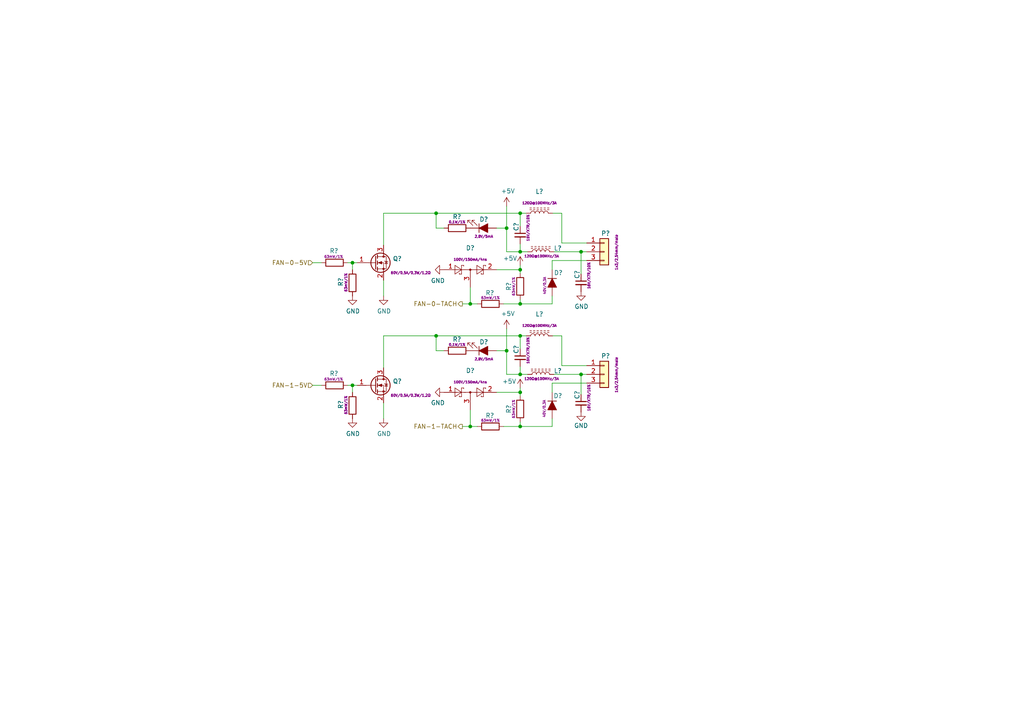
<source format=kicad_sch>
(kicad_sch (version 20211123) (generator eeschema)
  (paper "A4")
  (title_block (title "Buddy") (date "2019-10-24") (rev "v1.0.0") (company "PRUSA Research s.r.o.") (comment 1 "http://creativecommons.org/licenses/by-sa/4.0/") (comment 2 "Licensed under the Attribution-ShareAlike 4.0 International (CC BY-SA 4.0)"))
  (lib_symbols
    (symbol "BUDDY_v1.0.0-rescue:D_ALT-Device" (pin_numbers hide) (pin_names (offset 1.016) hide)
      (property "Reference" "D" (at 0 2.54 0))
      (property "Value" "D_ALT-Device" (at 0 -2.54 0))
      (symbol "D_ALT-Device_0_1"
        (polyline (pts (xy -1.27 1.27) (xy -1.27 -1.27)) (stroke (width 0.2032)))
        (polyline (pts (xy 1.27 0) (xy -1.27 0)))
        (polyline (pts (xy 1.27 1.27) (xy 1.27 -1.27) (xy -1.27 0) (xy 1.27 1.27)) (stroke (width 0.2032)) (fill (type outline)))
      )
      (symbol "D_ALT-Device_1_1"
        (pin passive line (at -3.81 0 0) (length 2.54) (name "K") (number "1"))
        (pin passive line (at 3.81 0 180) (length 2.54) (name "A") (number "2"))
      )
    )
    (symbol "BUDDY_v1.0.0-rescue:LED_ALT-Device" (pin_numbers hide) (pin_names (offset 1.016) hide)
      (property "Reference" "D" (at 0 2.54 0))
      (property "Value" "LED_ALT-Device" (at 0 -2.54 0))
      (symbol "LED_ALT-Device_0_1"
        (polyline (pts (xy -1.27 -1.27) (xy -1.27 1.27)) (stroke (width 0.2032)))
        (polyline (pts (xy -1.27 0) (xy 1.27 0)))
        (polyline (pts (xy 1.27 -1.27) (xy 1.27 1.27) (xy -1.27 0) (xy 1.27 -1.27)) (stroke (width 0.2032)) (fill (type outline)))
        (polyline (pts (xy -3.048 -0.762) (xy -4.572 -2.286) (xy -3.81 -2.286) (xy -4.572 -2.286) (xy -4.572 -1.524)))
        (polyline (pts (xy -1.778 -0.762) (xy -3.302 -2.286) (xy -2.54 -2.286) (xy -3.302 -2.286) (xy -3.302 -1.524)))
      )
      (symbol "LED_ALT-Device_1_1"
        (pin passive line (at -3.81 0 0) (length 2.54) (name "K") (number "1"))
        (pin passive line (at 3.81 0 180) (length 2.54) (name "A") (number "2"))
      )
    )
    (symbol "BUDDY_v1.0.0-rescue:L_Core_Ferrite-Device" (pin_numbers hide) (pin_names (offset 1.016) hide)
      (property "Reference" "L" (at -1.27 0 90))
      (property "Value" "L_Core_Ferrite-Device" (at 2.794 0 90))
      (symbol "L_Core_Ferrite-Device_0_1"
        (arc (start 0 -2.54) (mid 0.635 -1.905) (end 0 -1.27))
        (arc (start 0 -1.27) (mid 0.635 -0.635) (end 0 0))
        (polyline (pts (xy 1.016 -2.794) (xy 1.016 -2.286)))
        (polyline (pts (xy 1.016 -1.778) (xy 1.016 -1.27)))
        (polyline (pts (xy 1.016 -0.762) (xy 1.016 -0.254)))
        (polyline (pts (xy 1.016 0.254) (xy 1.016 0.762)))
        (polyline (pts (xy 1.016 1.27) (xy 1.016 1.778)))
        (polyline (pts (xy 1.016 2.286) (xy 1.016 2.794)))
        (polyline (pts (xy 1.524 -2.286) (xy 1.524 -2.794)))
        (polyline (pts (xy 1.524 -1.27) (xy 1.524 -1.778)))
        (polyline (pts (xy 1.524 -0.254) (xy 1.524 -0.762)))
        (polyline (pts (xy 1.524 0.762) (xy 1.524 0.254)))
        (polyline (pts (xy 1.524 1.778) (xy 1.524 1.27)))
        (polyline (pts (xy 1.524 2.794) (xy 1.524 2.286)))
        (arc (start 0 0) (mid 0.635 0.635) (end 0 1.27))
        (arc (start 0 1.27) (mid 0.635 1.905) (end 0 2.54))
      )
      (symbol "L_Core_Ferrite-Device_1_1"
        (pin passive line (at 0 3.81 270) (length 1.27) (name "1") (number "1"))
        (pin passive line (at 0 -3.81 90) (length 1.27) (name "2") (number "2"))
      )
    )
    (symbol "Connector_Generic:Conn_01x03" (pin_names (offset 1.016) hide)
      (property "Reference" "J" (at 0 5.08 0))
      (property "Value" "Conn_01x03" (at 0 -5.08 0))
      (symbol "Conn_01x03_1_1"
        (rectangle (start -1.27 -2.413) (end 0 -2.667) (stroke (width 0.1524)))
        (rectangle (start -1.27 0.127) (end 0 -0.127) (stroke (width 0.1524)))
        (rectangle (start -1.27 2.667) (end 0 2.413) (stroke (width 0.1524)))
        (rectangle (start -1.27 3.81) (end 1.27 -3.81) (stroke (width 0.254)) (fill (type background)))
        (pin passive line (at -5.08 2.54 0) (length 3.81) (name "Pin_1") (number "1"))
        (pin passive line (at -5.08 0 0) (length 3.81) (name "Pin_2") (number "2"))
        (pin passive line (at -5.08 -2.54 0) (length 3.81) (name "Pin_3") (number "3"))
      )
    )
    (symbol "Device:C_Small" (pin_numbers hide) (pin_names (offset 0.254) hide)
      (property "Reference" "C" (at 0.254 1.778 0))
      (property "Value" "C_Small" (at 0.254 -2.032 0))
      (symbol "C_Small_0_1"
        (polyline (pts (xy -1.524 -0.508) (xy 1.524 -0.508)) (stroke (width 0.3302)))
        (polyline (pts (xy -1.524 0.508) (xy 1.524 0.508)) (stroke (width 0.3048)))
      )
      (symbol "C_Small_1_1"
        (pin passive line (at 0 2.54 270) (length 2.032) (name "~") (number "1"))
        (pin passive line (at 0 -2.54 90) (length 2.032) (name "~") (number "2"))
      )
    )
    (symbol "Device:R" (pin_numbers hide) (pin_names (offset 0))
      (property "Reference" "R" (at 2.032 0 90))
      (property "Value" "R" (at 0 0 90))
      (symbol "R_0_1"
        (rectangle (start -1.016 -2.54) (end 1.016 2.54) (stroke (width 0.254)))
      )
      (symbol "R_1_1"
        (pin passive line (at 0 3.81 270) (length 1.27) (name "~") (number "1"))
        (pin passive line (at 0 -3.81 90) (length 1.27) (name "~") (number "2"))
      )
    )
    (symbol "Diode:BAS40-04" (pin_names (offset 1.016))
      (property "Reference" "D" (at 0.635 -1.27 0))
      (property "Value" "BAS40-04" (at -6.35 5.715 0))
      (symbol "BAS40-04_0_1"
        (polyline (pts (xy -3.81 2.54) (xy -1.27 2.54)))
        (polyline (pts (xy -3.175 1.27) (xy -3.175 1.524)))
        (polyline (pts (xy -2.54 1.27) (xy -3.175 1.27)))
        (polyline (pts (xy -2.54 1.27) (xy -2.54 3.81)))
        (polyline (pts (xy -2.54 3.81) (xy -1.905 3.81)))
        (polyline (pts (xy -1.905 2.54) (xy 1.905 2.54)))
        (polyline (pts (xy -1.905 3.81) (xy -1.905 3.556)))
        (polyline (pts (xy 1.27 2.54) (xy 3.81 2.54)))
        (polyline (pts (xy 3.175 1.27) (xy 3.175 1.524)))
        (polyline (pts (xy 3.81 1.27) (xy 3.175 1.27)))
        (polyline (pts (xy 3.81 1.27) (xy 3.81 3.81)))
        (polyline (pts (xy 3.81 3.81) (xy 4.445 3.81)))
        (polyline (pts (xy 4.445 3.81) (xy 4.445 3.556)))
        (polyline (pts (xy -4.445 3.81) (xy -4.445 1.27) (xy -2.54 2.54) (xy -4.445 3.81)))
        (polyline (pts (xy 1.905 3.81) (xy 1.905 1.27) (xy 3.81 2.54) (xy 1.905 3.81)))
        (circle (center 0 2.54) (radius 0.254) (fill (type outline)))
      )
      (symbol "BAS40-04_1_1"
        (pin passive line (at -7.62 2.54 0) (length 3.81) (name "~") (number "1"))
        (pin passive line (at 7.62 2.54 180) (length 3.81) (name "~") (number "2"))
        (pin passive line (at 0 -2.54 90) (length 5.08) (name "~") (number "3"))
      )
    )
    (symbol "Transistor_FET:MMBF170" (pin_names hide)
      (property "Reference" "Q" (at 5.08 1.905 0))
      (property "Value" "MMBF170" (at 5.08 0 0))
      (symbol "MMBF170_0_1"
        (polyline (pts (xy 0.254 0) (xy -2.54 0)))
        (polyline (pts (xy 0.254 1.905) (xy 0.254 -1.905)) (stroke (width 0.254)))
        (polyline (pts (xy 0.762 -1.27) (xy 0.762 -2.286)) (stroke (width 0.254)))
        (polyline (pts (xy 0.762 0.508) (xy 0.762 -0.508)) (stroke (width 0.254)))
        (polyline (pts (xy 0.762 2.286) (xy 0.762 1.27)) (stroke (width 0.254)))
        (polyline (pts (xy 2.54 2.54) (xy 2.54 1.778)))
        (polyline (pts (xy 2.54 -2.54) (xy 2.54 0) (xy 0.762 0)))
        (polyline (pts (xy 0.762 -1.778) (xy 3.302 -1.778) (xy 3.302 1.778) (xy 0.762 1.778)))
        (polyline (pts (xy 1.016 0) (xy 2.032 0.381) (xy 2.032 -0.381) (xy 1.016 0)) (fill (type outline)))
        (polyline (pts (xy 2.794 0.508) (xy 2.921 0.381) (xy 3.683 0.381) (xy 3.81 0.254)))
        (polyline (pts (xy 3.302 0.381) (xy 2.921 -0.254) (xy 3.683 -0.254) (xy 3.302 0.381)))
        (circle (center 1.651 0) (radius 2.794) (stroke (width 0.254)))
        (circle (center 2.54 -1.778) (radius 0.254) (fill (type outline)))
        (circle (center 2.54 1.778) (radius 0.254) (fill (type outline)))
      )
      (symbol "MMBF170_1_1"
        (pin input line (at -5.08 0 0) (length 2.54) (name "G") (number "1"))
        (pin passive line (at 2.54 -5.08 90) (length 2.54) (name "S") (number "2"))
        (pin passive line (at 2.54 5.08 270) (length 2.54) (name "D") (number "3"))
      )
    )
    (symbol "power:+5V" (power) (pin_names (offset 0))
      (property "Value" "+5V" (at 0 3.556 0))
      (symbol "+5V_0_1"
        (polyline (pts (xy -0.762 1.27) (xy 0 2.54)))
        (polyline (pts (xy 0 0) (xy 0 2.54)))
        (polyline (pts (xy 0 2.54) (xy 0.762 1.27)))
      )
      (symbol "+5V_1_1"
        (pin power_in line (at 0 0 90) (length 0) hide (name "+5V") (number "1"))
      )
    )
    (symbol "power:GND" (power) (pin_names (offset 0))
      (property "Value" "GND" (at 0 -3.81 0))
      (symbol "GND_0_1"
        (polyline (pts (xy 0 0) (xy 0 -1.27) (xy 1.27 -1.27) (xy 0 -2.54) (xy -1.27 -1.27) (xy 0 -1.27)))
      )
      (symbol "GND_1_1"
        (pin power_in line (at 0 0 270) (length 0) hide (name "GND") (number "1"))
      )
    )
  )
  (junction (at 136.398 123.698))
  (junction (at 102.235 111.76))
  (junction (at 146.939 66.167))
  (junction (at 150.876 97.409))
  (junction (at 150.876 113.792))
  (junction (at 150.876 88.138))
  (junction (at 150.876 123.698))
  (junction (at 102.235 76.2))
  (junction (at 136.398 88.138))
  (junction (at 150.876 108.585))
  (junction (at 126.492 61.849))
  (junction (at 150.876 61.849))
  (junction (at 150.876 78.232))
  (junction (at 150.876 73.025))
  (junction (at 168.529 73.025))
  (junction (at 168.529 108.585))
  (junction (at 146.939 101.727))
  (junction (at 126.492 97.409))
  (wire (pts (xy 126.492 61.849) (xy 111.252 61.849)))
  (wire (pts (xy 162.941 70.485) (xy 170.18 70.485)))
  (wire (pts (xy 146.939 108.585) (xy 146.939 101.727)))
  (wire (pts (xy 150.876 73.025) (xy 146.939 73.025)))
  (wire (pts (xy 111.252 61.849) (xy 111.252 71.12)))
  (wire (pts (xy 93.218 111.76) (xy 90.678 111.76)))
  (wire (pts (xy 160.147 111.125) (xy 160.147 113.792)))
  (wire (pts (xy 160.147 75.565) (xy 160.147 78.232)))
  (wire (pts (xy 150.876 122.428) (xy 150.876 123.698)))
  (wire (pts (xy 136.398 123.698) (xy 134.112 123.698)))
  (wire (pts (xy 93.218 76.2) (xy 90.678 76.2)))
  (wire (pts (xy 150.876 61.849) (xy 126.492 61.849)))
  (wire (pts (xy 160.274 61.849) (xy 162.941 61.849)))
  (wire (pts (xy 138.43 123.698) (xy 136.398 123.698)))
  (wire (pts (xy 150.876 79.248) (xy 150.876 78.232)))
  (wire (pts (xy 126.492 97.409) (xy 111.252 97.409)))
  (wire (pts (xy 150.876 61.849) (xy 152.654 61.849)))
  (wire (pts (xy 160.147 111.125) (xy 170.18 111.125)))
  (wire (pts (xy 146.939 95.377) (xy 146.939 101.727)))
  (wire (pts (xy 150.876 114.808) (xy 150.876 113.792)))
  (wire (pts (xy 160.655 73.025) (xy 168.529 73.025)))
  (wire (pts (xy 150.876 97.409) (xy 152.654 97.409)))
  (wire (pts (xy 168.529 79.502) (xy 168.529 73.025)))
  (wire (pts (xy 146.05 88.138) (xy 150.876 88.138)))
  (wire (pts (xy 168.529 108.585) (xy 170.18 108.585)))
  (wire (pts (xy 111.252 85.852) (xy 111.252 81.28)))
  (wire (pts (xy 150.876 106.299) (xy 150.876 108.585)))
  (wire (pts (xy 160.655 108.585) (xy 168.529 108.585)))
  (wire (pts (xy 153.035 73.025) (xy 150.876 73.025)))
  (wire (pts (xy 160.147 123.698) (xy 150.876 123.698)))
  (wire (pts (xy 136.398 123.698) (xy 136.398 118.872)))
  (wire (pts (xy 146.05 123.698) (xy 150.876 123.698)))
  (wire (pts (xy 102.235 111.76) (xy 103.632 111.76)))
  (wire (pts (xy 168.529 114.427) (xy 168.529 108.585)))
  (wire (pts (xy 144.018 66.167) (xy 146.939 66.167)))
  (wire (pts (xy 162.941 97.409) (xy 162.941 106.045)))
  (wire (pts (xy 126.492 61.849) (xy 126.492 66.167)))
  (wire (pts (xy 126.492 66.167) (xy 128.778 66.167)))
  (wire (pts (xy 136.398 88.138) (xy 134.112 88.138)))
  (wire (pts (xy 100.838 111.76) (xy 102.235 111.76)))
  (wire (pts (xy 160.147 75.565) (xy 170.18 75.565)))
  (wire (pts (xy 102.235 78.232) (xy 102.235 76.2)))
  (wire (pts (xy 102.235 76.2) (xy 103.632 76.2)))
  (wire (pts (xy 162.941 61.849) (xy 162.941 70.485)))
  (wire (pts (xy 146.939 59.817) (xy 146.939 66.167)))
  (wire (pts (xy 150.876 108.585) (xy 146.939 108.585)))
  (wire (pts (xy 144.018 101.727) (xy 146.939 101.727)))
  (wire (pts (xy 160.147 88.138) (xy 150.876 88.138)))
  (wire (pts (xy 162.941 106.045) (xy 170.18 106.045)))
  (wire (pts (xy 160.147 85.852) (xy 160.147 88.138)))
  (wire (pts (xy 150.876 78.232) (xy 144.018 78.232)))
  (wire (pts (xy 153.035 108.585) (xy 150.876 108.585)))
  (wire (pts (xy 126.492 101.727) (xy 128.778 101.727)))
  (wire (pts (xy 146.939 73.025) (xy 146.939 66.167)))
  (wire (pts (xy 150.876 97.409) (xy 150.876 101.219)))
  (wire (pts (xy 150.876 78.232) (xy 150.876 76.962)))
  (wire (pts (xy 138.43 88.138) (xy 136.398 88.138)))
  (wire (pts (xy 111.252 97.409) (xy 111.252 106.68)))
  (wire (pts (xy 102.235 113.792) (xy 102.235 111.76)))
  (wire (pts (xy 100.838 76.2) (xy 102.235 76.2)))
  (wire (pts (xy 150.876 97.409) (xy 126.492 97.409)))
  (wire (pts (xy 168.529 73.025) (xy 170.18 73.025)))
  (wire (pts (xy 111.252 121.412) (xy 111.252 116.84)))
  (wire (pts (xy 150.876 70.739) (xy 150.876 73.025)))
  (wire (pts (xy 150.876 113.792) (xy 150.876 112.522)))
  (wire (pts (xy 150.876 113.792) (xy 144.018 113.792)))
  (wire (pts (xy 160.147 121.412) (xy 160.147 123.698)))
  (wire (pts (xy 160.274 97.409) (xy 162.941 97.409)))
  (wire (pts (xy 136.398 88.138) (xy 136.398 83.312)))
  (wire (pts (xy 150.876 61.849) (xy 150.876 65.659)))
  (wire (pts (xy 126.492 97.409) (xy 126.492 101.727)))
  (wire (pts (xy 150.876 86.868) (xy 150.876 88.138)))
  (hierarchical_label "FAN-0-5V" (shape input) (at 90.678 76.2 180))
  (hierarchical_label "FAN-1-TACH" (shape output) (at 134.112 123.698 180))
  (hierarchical_label "FAN-1-5V" (shape input) (at 90.678 111.76 180))
  (hierarchical_label "FAN-0-TACH" (shape output) (at 134.112 88.138 180))
  (symbol (lib_id "Connector_Generic:Conn_01x03") (at 175.26 73.025 0) (unit 1)
    (property "Reference" "P?" (at 174.371 67.691 0) (effects (justify left)))
    (property "req" "1x3/2,54mm/male" (at 178.816 78.359 90) (effects (font (size 0.7112 0.7112)) (justify left)))
  )
  (symbol (lib_id "BUDDY_v1.0.0-rescue:L_Core_Ferrite-Device") (at 156.464 61.849 90) (unit 1)
    (property "Reference" "L?" (at 156.464 55.5498 90))
    (property "req" "120Ω@100MHz/3A" (at 156.464 58.8772 90) (effects (font (size 0.7112 0.7112))))
  )
  (symbol (lib_id "BUDDY_v1.0.0-rescue:L_Core_Ferrite-Device") (at 156.845 73.025 90) (unit 1)
    (property "Reference" "L?" (at 161.798 72.009 90))
    (property "req" "120Ω@100MHz/3A" (at 157.099 74.295 90) (effects (font (size 0.7112 0.7112))))
  )
  (symbol (lib_id "BUDDY_v1.0.0-rescue:D_ALT-Device") (at 160.147 82.042 270) (unit 1)
    (property "Reference" "D?" (at 160.655 79.121 90) (effects (justify left)))
    (property "req" "40V/0,3A" (at 157.988 80.264 0) (effects (font (size 0.7112 0.7112)) (justify left)))
  )
  (symbol (lib_id "Device:R") (at 150.876 83.058 180) (unit 1)
    (property "Reference" "R?" (at 147.574 81.788 90) (effects (justify left)))
    (property "req" "63mW/1%" (at 148.971 83.058 90) (effects (font (size 0.7112 0.7112))))
  )
  (symbol (lib_id "Device:R") (at 142.24 88.138 90) (unit 1)
    (property "Reference" "R?" (at 143.383 84.963 90) (effects (justify left)))
    (property "req" "63mW/1%" (at 142.24 86.36 90) (effects (font (size 0.7112 0.7112))))
  )
  (symbol (lib_id "Diode:BAS40-04") (at 136.398 80.772 0) (unit 1)
    (property "Reference" "D?" (at 136.398 71.9328 0))
    (property "req" "100V/150mA/4ns" (at 136.398 75.2602 0) (effects (font (size 0.7112 0.7112))))
  )
  (symbol (lib_id "power:GND") (at 128.778 78.232 270) (unit 1)
    (property "Reference" "#PWR?" (effects hide))
  )
  (symbol (lib_id "Device:R") (at 132.588 66.167 90) (unit 1)
    (property "Reference" "R?" (at 133.858 62.865 90) (effects (justify left)))
    (property "req" "0,1W/1%" (at 132.588 64.389 90) (effects (font (size 0.7112 0.7112))))
  )
  (symbol (lib_id "BUDDY_v1.0.0-rescue:LED_ALT-Device") (at 140.208 66.167 0) (mirror x) (unit 1)
    (property "Reference" "D?" (at 140.335 63.627 0))
    (property "req" "2,8V/5mA" (at 140.335 68.58 0) (effects (font (size 0.7112 0.7112))))
  )
  (symbol (lib_id "power:GND") (at 111.252 85.852 0) (unit 1)
    (property "Reference" "#PWR?" (effects hide))
  )
  (symbol (lib_id "Device:R") (at 97.028 76.2 90) (unit 1)
    (property "Reference" "R?" (at 98.171 72.771 90) (effects (justify left)))
    (property "req" "63mW/1%" (at 96.774 74.422 90) (effects (font (size 0.7112 0.7112))))
  )
  (symbol (lib_id "Device:R") (at 102.235 82.042 0) (unit 1)
    (property "Reference" "R?" (at 98.806 83.058 90) (effects (justify left)))
    (property "req" "63mW/1%" (at 100.33 81.915 90) (effects (font (size 0.7112 0.7112))))
  )
  (symbol (lib_id "power:GND") (at 102.235 85.852 0) (unit 1)
    (property "Reference" "#PWR?" (effects hide))
  )
  (symbol (lib_id "Connector_Generic:Conn_01x03") (at 175.26 108.585 0) (unit 1)
    (property "Reference" "P?" (at 174.371 103.251 0) (effects (justify left)))
    (property "req" "1x3/2,54mm/male" (at 178.816 113.919 90) (effects (font (size 0.7112 0.7112)) (justify left)))
  )
  (symbol (lib_id "BUDDY_v1.0.0-rescue:L_Core_Ferrite-Device") (at 156.464 97.409 90) (unit 1)
    (property "Reference" "L?" (at 156.464 91.1098 90))
    (property "req" "120Ω@100MHz/3A" (at 156.464 94.4372 90) (effects (font (size 0.7112 0.7112))))
  )
  (symbol (lib_id "BUDDY_v1.0.0-rescue:L_Core_Ferrite-Device") (at 156.845 108.585 90) (unit 1)
    (property "Reference" "L?" (at 161.798 107.569 90))
    (property "req" "120Ω@100MHz/3A" (at 157.099 109.855 90) (effects (font (size 0.7112 0.7112))))
  )
  (symbol (lib_id "BUDDY_v1.0.0-rescue:D_ALT-Device") (at 160.147 117.602 270) (unit 1)
    (property "Reference" "D?" (at 160.528 114.808 90) (effects (justify left)))
    (property "req" "40V/0,3A" (at 157.861 115.951 0) (effects (font (size 0.7112 0.7112)) (justify left)))
  )
  (symbol (lib_id "Device:R") (at 150.876 118.618 180) (unit 1)
    (property "Reference" "R?" (at 147.574 117.348 90) (effects (justify left)))
    (property "req" "63mW/1%" (at 148.971 118.618 90) (effects (font (size 0.7112 0.7112))))
  )
  (symbol (lib_id "Device:R") (at 142.24 123.698 90) (unit 1)
    (property "Reference" "R?" (at 143.383 120.523 90) (effects (justify left)))
    (property "req" "63mW/1%" (at 142.24 121.92 90) (effects (font (size 0.7112 0.7112))))
  )
  (symbol (lib_id "Diode:BAS40-04") (at 136.398 116.332 0) (unit 1)
    (property "Reference" "D?" (at 136.398 107.4928 0))
    (property "req" "100V/150mA/4ns" (at 136.398 110.8202 0) (effects (font (size 0.7112 0.7112))))
  )
  (symbol (lib_id "power:GND") (at 128.778 113.792 270) (unit 1)
    (property "Reference" "#PWR?" (effects hide))
  )
  (symbol (lib_id "Device:R") (at 132.588 101.727 90) (unit 1)
    (property "Reference" "R?" (at 133.858 98.425 90) (effects (justify left)))
    (property "req" "0,1W/1%" (at 132.588 99.949 90) (effects (font (size 0.7112 0.7112))))
  )
  (symbol (lib_id "BUDDY_v1.0.0-rescue:LED_ALT-Device") (at 140.208 101.727 0) (mirror x) (unit 1)
    (property "Reference" "D?" (at 140.335 99.187 0))
    (property "req" "2,8V/5mA" (at 140.335 104.14 0) (effects (font (size 0.7112 0.7112))))
  )
  (symbol (lib_id "power:GND") (at 111.252 121.412 0) (unit 1)
    (property "Reference" "#PWR?" (effects hide))
  )
  (symbol (lib_id "Device:R") (at 97.028 111.76 90) (unit 1)
    (property "Reference" "R?" (at 98.171 108.331 90) (effects (justify left)))
    (property "req" "63mW/1%" (at 96.774 109.982 90) (effects (font (size 0.7112 0.7112))))
  )
  (symbol (lib_id "Device:R") (at 102.235 117.602 0) (unit 1)
    (property "Reference" "R?" (at 98.806 118.618 90) (effects (justify left)))
    (property "req" "63mW/1%" (at 100.33 117.475 90) (effects (font (size 0.7112 0.7112))))
  )
  (symbol (lib_id "power:GND") (at 102.235 121.412 0) (unit 1)
    (property "Reference" "#PWR?" (effects hide))
  )
  (symbol (lib_id "power:+5V") (at 146.939 59.817 0) (unit 1)
    (property "Reference" "#PWR?" (effects hide))
  )
  (symbol (lib_id "power:+5V") (at 146.939 95.377 0) (unit 1)
    (property "Reference" "#PWR?" (effects hide))
  )
  (symbol (lib_id "power:+5V") (at 150.876 112.522 0) (unit 1)
    (property "Reference" "#PWR?" (effects hide))
  )
  (symbol (lib_id "power:+5V") (at 150.876 76.962 0) (unit 1)
    (property "Reference" "#PWR?" (effects hide))
  )
  (symbol (lib_id "Device:C_Small") (at 150.876 68.199 0) (unit 1)
    (property "Reference" "C?" (at 149.733 67.056 90) (effects (justify left)))
    (property "req" "16V/X7R/10%" (at 153.162 69.977 90) (effects (font (size 0.7112 0.7112)) (justify left)))
  )
  (symbol (lib_id "Device:C_Small") (at 150.876 103.759 0) (unit 1)
    (property "Reference" "C?" (at 149.733 102.616 90) (effects (justify left)))
    (property "req" "16V/X7R/10%" (at 153.162 105.537 90) (effects (font (size 0.7112 0.7112)) (justify left)))
  )
  (symbol (lib_id "Device:C_Small") (at 168.529 82.042 0) (unit 1)
    (property "Reference" "C?" (at 167.386 80.899 90) (effects (justify left)))
    (property "req" "16V/X7R/10%" (at 170.815 83.82 90) (effects (font (size 0.7112 0.7112)) (justify left)))
  )
  (symbol (lib_id "Device:C_Small") (at 168.529 116.967 0) (unit 1)
    (property "Reference" "C?" (at 167.386 115.824 90) (effects (justify left)))
    (property "req" "16V/X7R/10%" (at 170.815 119.253 90) (effects (font (size 0.7112 0.7112)) (justify left)))
  )
  (symbol (lib_id "power:GND") (at 168.529 119.507 0) (unit 1)
    (property "Reference" "#PWR?" (effects hide))
  )
  (symbol (lib_id "power:GND") (at 168.529 84.582 0) (unit 1)
    (property "Reference" "#PWR?" (effects hide))
  )
  (symbol (lib_id "Transistor_FET:MMBF170") (at 108.712 76.2 0) (unit 1)
    (property "Reference" "Q?" (at 113.919 75.0316 0) (effects (justify left)))
    (property "req" "60V/0,5A/0,3W/1,2Ω" (at 119.126 79.121 0) (effects (font (size 0.7112 0.7112))))
  )
  (symbol (lib_id "Transistor_FET:MMBF170") (at 108.712 111.76 0) (unit 1)
    (property "Reference" "Q?" (at 113.919 110.5916 0) (effects (justify left)))
    (property "req" "60V/0,5A/0,3W/1,2Ω" (at 119.126 114.681 0) (effects (font (size 0.7112 0.7112))))
  )
)
</source>
